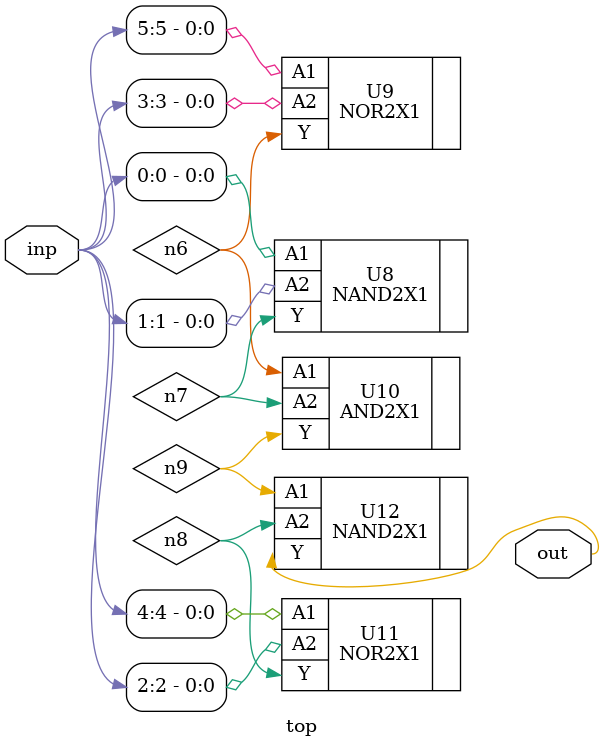
<source format=sv>


module top ( inp, out );
  input [5:0] inp;
  output out;
  wire   n6, n7, n8, n9;

  NAND2X1 U8 ( .A1(inp[0]), .A2(inp[1]), .Y(n7) );
  NOR2X1 U9 ( .A1(inp[5]), .A2(inp[3]), .Y(n6) );
  AND2X1 U10 ( .A1(n6), .A2(n7), .Y(n9) );
  NOR2X1 U11 ( .A1(inp[4]), .A2(inp[2]), .Y(n8) );
  NAND2X1 U12 ( .A1(n9), .A2(n8), .Y(out) );
endmodule


</source>
